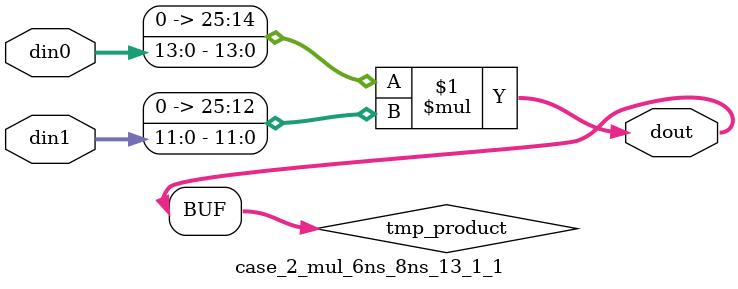
<source format=v>

`timescale 1 ns / 1 ps

 (* use_dsp = "no" *)  module case_2_mul_6ns_8ns_13_1_1(din0, din1, dout);
parameter ID = 1;
parameter NUM_STAGE = 0;
parameter din0_WIDTH = 14;
parameter din1_WIDTH = 12;
parameter dout_WIDTH = 26;

input [din0_WIDTH - 1 : 0] din0; 
input [din1_WIDTH - 1 : 0] din1; 
output [dout_WIDTH - 1 : 0] dout;

wire signed [dout_WIDTH - 1 : 0] tmp_product;
























assign tmp_product = $signed({1'b0, din0}) * $signed({1'b0, din1});











assign dout = tmp_product;





















endmodule

</source>
